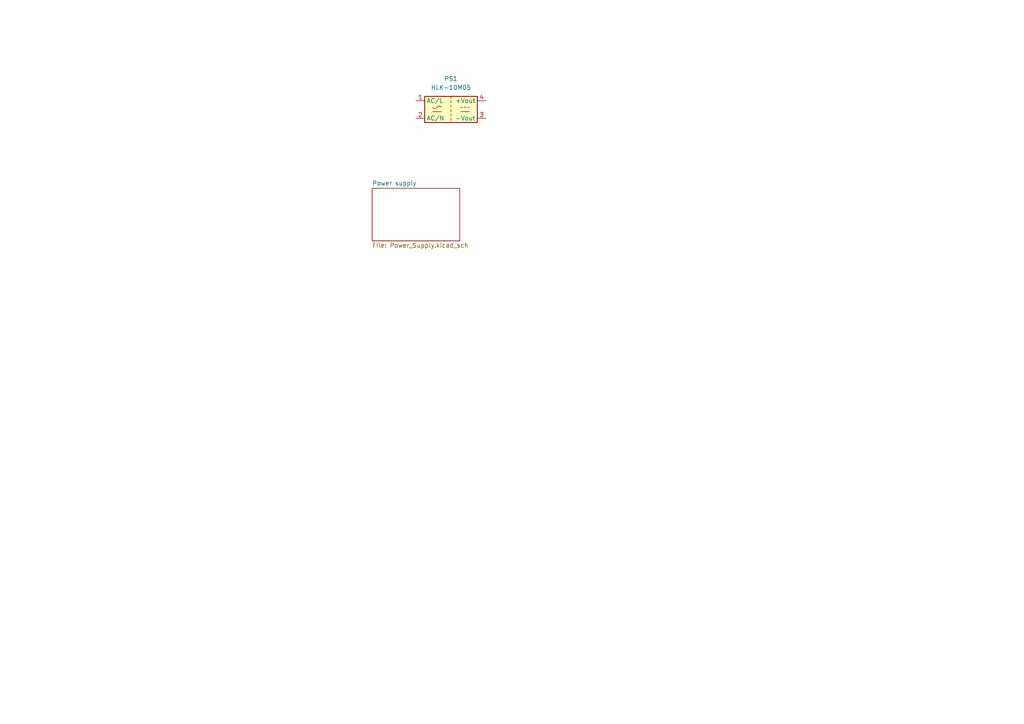
<source format=kicad_sch>
(kicad_sch (version 20230121) (generator eeschema)
  (paper "A4")
  (lib_symbols
    (symbol "Converter_ACDC:HLK-10M05"
      (property "Reference" "PS" (at 0 5.08 0))
      (property "Value" "HLK-10M05" (at 0 -5.08 0))
      (symbol "HLK-10M05_0_1"
        (rectangle (start -7.62 3.81) (end 7.62 -3.81) (stroke (width 0.254)) (fill (type background)))
        (arc (start -5.334 0.635) (mid -4.699 0.2495) (end -4.064 0.635))
        (arc (start -2.794 0.635) (mid -3.429 1.0072) (end -4.064 0.635))
        (polyline (pts (xy -5.334 -0.635) (xy -2.794 -0.635)))
        (polyline (pts (xy 0 -2.54) (xy 0 -3.175)))
        (polyline (pts (xy 0 -1.27) (xy 0 -1.905)))
        (polyline (pts (xy 0 0) (xy 0 -0.635)))
        (polyline (pts (xy 0 1.27) (xy 0 0.635)))
        (polyline (pts (xy 0 2.54) (xy 0 1.905)))
        (polyline (pts (xy 0 3.81) (xy 0 3.175)))
        (polyline (pts (xy 2.794 -0.635) (xy 5.334 -0.635)))
        (polyline (pts (xy 2.794 0.635) (xy 3.302 0.635)))
        (polyline (pts (xy 3.81 0.635) (xy 4.318 0.635)))
        (polyline (pts (xy 4.826 0.635) (xy 5.334 0.635)))
      )
      (symbol "HLK-10M05_1_1"
        (pin power_in line (at -10.16 2.54 0) (length 2.54) (name "AC/L") (number "1"))
        (pin power_in line (at -10.16 -2.54 0) (length 2.54) (name "AC/N") (number "2"))
        (pin power_out line (at 10.16 -2.54 180) (length 2.54) (name "-Vout") (number "3"))
        (pin power_out line (at 10.16 2.54 180) (length 2.54) (name "+Vout") (number "4"))
      )
    )
  )
  (symbol (lib_id "Converter_ACDC:HLK-10M05") (at 130.81 31.75 0) (unit 1)
    (property "Reference" "PS1" (at 130.81 22.86 0))
    (property "Value" "HLK-10M05" (at 130.81 25.4 0))
    (property "Footprint" "Converter_ACDC:Converter_ACDC_HiLink_HLK-10Mxx" (effects hide))
    (property "Datasheet" "http://h.hlktech.com/download/ACDC%E7%94%B5%E6%BA%90%E6%A8%A1%E5%9D%9710W%E7%B3%BB%E5%88%97/1/%E6%B5%B7%E5%87%8C%E7%A7%9110W%E7%B3%BB%E5%88%97%E7%94%B5%E6%BA%90%E6%A8%A1%E5%9D%97%E8%A7%84%E6%A0%BC%E4%B9%A6V1.8.pdf" (effects hide))
  )
  (sheet (at 107.95 54.61) (size 25.4 15.24) (stroke (width 0.1524))
    (property "Sheetname" "Power supply " (at 107.95 53.8984 0) (effects (justify left bottom)))
    (property "Sheetfile" "Power_Supply.kicad_sch" (at 107.95 70.4346 0) (effects (justify left top)))
  )
)
</source>
